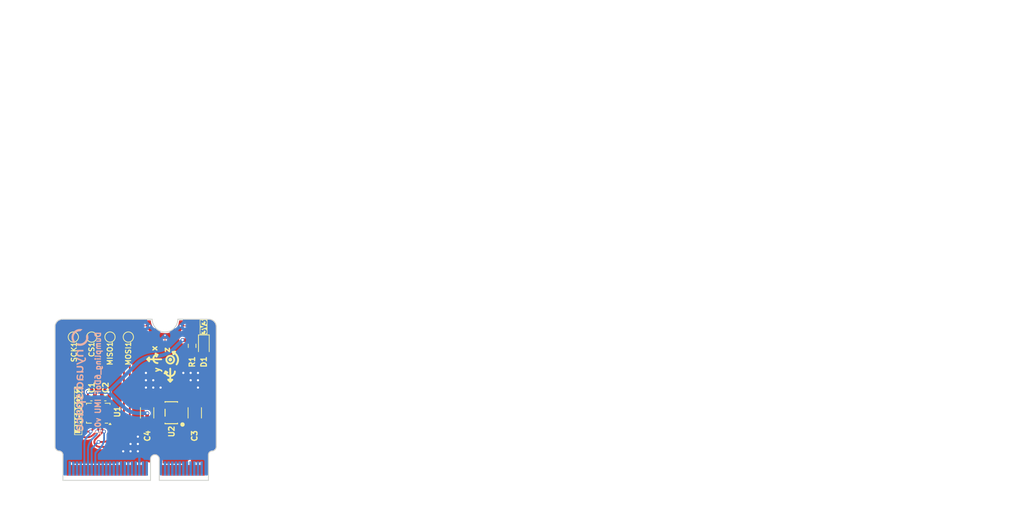
<source format=kicad_pcb>
(kicad_pcb (version 20241229) (generator "pcbnew") (generator_version "9.0")
  (layers (0 "F.Cu" signal "Top") (2 "B.Cu" signal "Bottom") (13 "F.Paste" user) (15 "B.Paste" user) (5 "F.SilkS" user "F.Silkscreen") (7 "B.SilkS" user "B.Silkscreen") (1 "F.Mask" user) (3 "B.Mask" user) (25 "Edge.Cuts" user))
  (net 0 "")
  (net 1 "LSM6DSO32TR_CS")
  (net 2 "GND")
  (net 3 "/UART_RTS1")
  (net 4 "/G11-SWO")
  (net 5 "/A1")
  (net 6 "LSM6DSO32TR_RX")
  (net 7 "/USBHOST_D+")
  (net 8 "/SPI_SCK")
  (net 9 "+3V3")
  (net 10 "LSM6DSO32TR_TX")
  (net 11 "/PWM0")
  (net 12 "/3.3V_EN")
  (net 13 "LSM6DSO32TR_pwr_cyc")
  (net 14 "/~{SPI_CS}")
  (net 15 "/UART_TX2")
  (net 16 "/G4")
  (net 17 "/G5")
  (net 18 "/UART_RX2")
  (net 19 "/UART_CTS1")
  (net 20 "/RTC_3V_BATT")
  (net 21 "+5V")
  (net 22 "/AUD_LRCLK")
  (net 23 "/G7")
  (net 24 "/PWM1")
  (net 25 "/G10-CAM_VSYNC")
  (net 26 "LSM6DSO32TR_MISO")
  (net 27 "/SPI_CIPO-LED_CLK")
  (net 28 "/USB_D-")
  (net 29 "LSM6DSO32TR_INT1")
  (net 30 "/AUD_IN-CAM_PCLK")
  (net 31 "/A0")
  (net 32 "LSM6DSO32TR_INT2")
  (net 33 "LSM6DSO32TR_SDA")
  (net 34 "/I2C_SDA1")
  (net 35 "/AUD_MCLK")
  (net 36 "/G0")
  (net 37 "/G9-CAM_HSYNC")
  (net 38 "/G8")
  (net 39 "/D1-CAM_TRIG")
  (net 40 "/SWDIO")
  (net 41 "/G6")
  (net 42 "/SPI_COPI-LED_DAT")
  (net 43 "/AUD_OUT-CAM_MCLK")
  (net 44 "/SDIO_DATA2")
  (net 45 "/AUD_BCLK")
  (net 46 "/V_USB")
  (net 47 "/USB_D+")
  (net 48 "/SDIO_DATA3-~{SPI_CS1}")
  (net 49 "/USBHOST_D-")
  (net 50 "/CAN-RX")
  (net 51 "/I2C_SCL1")
  (net 52 "/I2C_~{INT}")
  (net 53 "/CAN-TX")
  (net 54 "/BATT_VIN")
  (net 55 "/SWDCK")
  (net 56 "LSM6DSO32TR_SCK")
  (net 57 "/D0")
  (net 58 "LSM6DSO32TR_MOSI")
  (net 59 "LSM6DSO32TR_SCL")
  (net 60 "Net-(D1-A)")
  (net 64 "VIN")
  (footprint "SparkFun_MicroMod_ESP32:M.2-CARD-E-22" (layer "F.Cu") (at 148.5011 114.275)
    (property "Reference" "J1" (hide yes))
    (property "Value" "MICROMOD-2222" (hide yes))
    (fp_line (start 1.9 -21) (end 1 -21) (stroke (width 0.1016)) (layer "F.Cu"))
    (fp_line (start 1.9 -21) (end 1.9 -19.9) (stroke (width 0.1016)) (layer "F.Cu"))
    (fp_line (start 4 -19.7) (end 4 -19) (stroke (width 0.1016)) (layer "F.Cu"))
    (fp_line (start 6.1 -21) (end 6.1 -19.9) (stroke (width 0.1016)) (layer "F.Cu"))
    (fp_line (start 6.1 -21) (end 7 -21) (stroke (width 0.1016)) (layer "F.Cu"))
    (fp_poly (pts (xy 1.25 -21.75) (xy 2.05 -21.75) (xy 2.08842 -21.461827) (xy 2.171447 -21.183213) (xy 2.297037 -20.921017) (xy 2.462097 -20.681696) (xy 2.662563 -20.471142) (xy 2.893499 -20.29454) (xy 3.149218 -20.156239) (xy 3.423424 -20.059644) (xy 4 -20) (xy 4.290635 -20.007133) (xy 4.576576 -20.059644) (xy 4.850782 -20.156239) (xy 5.106501 -20.29454) (xy 5.337437 -20.471142) (xy 5.537903 -20.681696) (xy 5.702963 -20.921017) (xy 5.828553 -21.183213) (xy 5.95 -21.75) (xy 6.75 -21.75) (xy 6.686952 -21.386065) (xy 6.576451 -21.033626) (xy 6.420427 -20.698842) (xy 6.221608 -20.387564) (xy 5.983467 -20.10523) (xy 5.710166 -19.856774) (xy 5.40648 -19.646539) (xy 5.077718 -19.478197) (xy 4.729623 -19.354691) (xy 4.368279 -19.27818) (xy 4 -19.25) (xy 3.630811 -19.275627) (xy 3.268334 -19.35024) (xy 2.919037 -19.472506) (xy 2.589157 -19.640244) (xy 2.284581 -19.85046) (xy 2.010746 -20.099401) (xy 1.77254 -20.382623) (xy 1.574215 -20.695072) (xy 1.419311 -21.031169)) (fill yes) (layer "F.Cu"))
    (pad "1" smd rect (at 9.25 -1.275 180) (size 0.35 1.45) (layers "F.Cu" "F.Mask") (net 2 "GND"))
    (pad "2" smd rect (at 9 -1.525) (size 0.35 1.95) (layers "B.Cu" "B.Mask") (net 9 "+3V3"))
    (pad "3" smd rect (at 8.75 -1.275 180) (size 0.35 1.45) (layers "F.Cu" "F.Mask") (net 47 "/USB_D+"))
    (pad "4" smd rect (at 8.5 -1.525) (size 0.35 1.95) (layers "B.Cu" "B.Mask") (net 12 "/3.3V_EN"))
    (pad "5" smd rect (at 8.25 -1.275 180) (size 0.35 1.45) (layers "F.Cu" "F.Mask") (net 28 "/USB_D-"))
    (pad "6" smd rect (at 8 -1.525) (size 0.35 1.95) (layers "B.Cu" "B.Mask") (net 21 "+5V"))
    (pad "7" smd rect (at 7.75 -1.275 180) (size 0.35 1.45) (layers "F.Cu" "F.Mask") (net 2 "GND"))
    (pad "8" smd rect (at 7.5 -1.525) (size 0.35 1.95) (layers "B.Cu" "B.Mask") (net 4 "/G11-SWO"))
    (pad "9" smd rect (at 7.25 -1.275 180) (size 0.35 1.45) (layers "F.Cu" "F.Mask") (net 46 "/V_USB"))
    (pad "10" smd rect (at 7 -1.525) (size 0.35 1.95) (layers "B.Cu" "B.Mask") (net 57 "/D0"))
    (pad "11" smd rect (at 6.75 -1.275 180) (size 0.35 1.45) (layers "F.Cu" "F.Mask") (net 64 "VIN"))
    (pad "12" smd rect (at 6.5 -1.525) (size 0.35 1.95) (layers "B.Cu" "B.Mask") (net 33 "LSM6DSO32TR_SDA"))
    (pad "13" smd rect (at 6.25 -1.275 180) (size 0.35 1.45) (layers "F.Cu" "F.Mask") (net 3 "/UART_RTS1"))
    (pad "14" smd rect (at 6 -1.525) (size 0.35 1.95) (layers "B.Cu" "B.Mask") (net 59 "LSM6DSO32TR_SCL"))
    (pad "15" smd rect (at 5.75 -1.275 180) (size 0.35 1.45) (layers "F.Cu" "F.Mask") (net 19 "/UART_CTS1"))
    (pad "16" smd rect (at 5.5 -1.525) (size 0.35 1.95) (layers "B.Cu" "B.Mask") (net 52 "/I2C_~{INT}"))
    (pad "17" smd rect (at 5.25 -1.275 180) (size 0.35 1.45) (layers "F.Cu" "F.Mask") (net 10 "LSM6DSO32TR_TX"))
    (pad "18" smd rect (at 5 -1.525) (size 0.35 1.95) (layers "B.Cu" "B.Mask") (net 39 "/D1-CAM_TRIG"))
    (pad "19" smd rect (at 4.75 -1.275 180) (size 0.35 1.45) (layers "F.Cu" "F.Mask") (net 6 "LSM6DSO32TR_RX"))
    (pad "20" smd rect (at 4.5 -1.525) (size 0.35 1.95) (layers "B.Cu" "B.Mask") (net 18 "/UART_RX2"))
    (pad "21" smd rect (at 4.25 -1.275 180) (size 0.35 1.45) (layers "F.Cu" "F.Mask") (net 55 "/SWDCK"))
    (pad "22" smd rect (at 4 -1.525) (size 0.35 1.95) (layers "B.Cu" "B.Mask") (net 15 "/UART_TX2"))
    (pad "23" smd rect (at 3.75 -1.275 180) (size 0.35 1.45) (layers "F.Cu" "F.Mask") (net 40 "/SWDIO"))
    (pad "32" smd rect (at 1.5 -1.525) (size 0.35 1.95) (layers "B.Cu" "B.Mask") (net 11 "/PWM0"))
    (pad "33" smd rect (at 1.25 -1.275 180) (size 0.35 1.45) (layers "F.Cu" "F.Mask") (net 2 "GND"))
    (pad "34" smd rect (at 1 -1.525) (size 0.35 1.95) (layers "B.Cu" "B.Mask") (net 31 "/A0"))
    (pad "35" smd rect (at 0.75 -1.275 180) (size 0.35 1.45) (layers "F.Cu" "F.Mask") (net 7 "/USBHOST_D+"))
    (pad "36" smd rect (at 0.5 -1.525) (size 0.35 1.95) (layers "B.Cu" "B.Mask") (net 2 "GND"))
    (pad "37" smd rect (at 0.25 -1.275 180) (size 0.35 1.45) (layers "F.Cu" "F.Mask") (net 49 "/USBHOST_D-"))
    (pad "38" smd rect (at 0 -1.525) (size 0.35 1.95) (layers "B.Cu" "B.Mask") (net 5 "/A1"))
    (pad "39" smd rect (at -0.25 -1.275 180) (size 0.35 1.45) (layers "F.Cu" "F.Mask") (net 2 "GND"))
    (pad "40" smd rect (at -0.5 -1.525) (size 0.35 1.95) (layers "B.Cu" "B.Mask") (net 36 "/G0"))
    (pad "41" smd rect (at -0.75 -1.275 180) (size 0.35 1.45) (layers "F.Cu" "F.Mask") (net 50 "/CAN-RX"))
    (pad "42" smd rect (at -1 -1.525) (size 0.35 1.95) (layers "B.Cu" "B.Mask") (net 13 "LSM6DSO32TR_pwr_cyc"))
    (pad "43" smd rect (at -1.25 -1.275 180) (size 0.35 1.45) (layers "F.Cu" "F.Mask") (net 53 "/CAN-TX"))
    (pad "44" smd rect (at -1.5 -1.525) (size 0.35 1.95) (layers "B.Cu" "B.Mask") (net 29 "LSM6DSO32TR_INT1"))
    (pad "45" smd rect (at -1.75 -1.275 180) (size 0.35 1.45) (layers "F.Cu" "F.Mask") (net 2 "GND"))
    (pad "46" smd rect (at -2 -1.525) (size 0.35 1.95) (layers "B.Cu" "B.Mask") (net 32 "LSM6DSO32TR_INT2"))
    (pad "47" smd rect (at -2.25 -1.275 180) (size 0.35 1.45) (layers "F.Cu" "F.Mask") (net 24 "/PWM1"))
    (pad "48" smd rect (at -2.5 -1.525) (size 0.35 1.95) (layers "B.Cu" "B.Mask") (net 16 "/G4"))
    (pad "49" smd rect (at -2.75 -1.275 180) (size 0.35 1.45) (layers "F.Cu" "F.Mask") (net 54 "/BATT_VIN"))
    (pad "50" smd rect (at -3 -1.525) (size 0.35 1.95) (layers "B.Cu" "B.Mask") (net 45 "/AUD_BCLK"))
    (pad "51" smd rect (at -3.25 -1.275 180) (size 0.35 1.45) (layers "F.Cu" "F.Mask") (net 34 "/I2C_SDA1"))
    (pad "52" smd rect (at -3.5 -1.525) (size 0.35 1.95) (layers "B.Cu" "B.Mask") (net 22 "/AUD_LRCLK"))
    (pad "53" smd rect (at -3.75 -1.275 180) (size 0.35 1.45) (layers "F.Cu" "F.Mask") (net 51 "/I2C_SCL1"))
    (pad "54" smd rect (at -4 -1.525) (size 0.35 1.95) (layers "B.Cu" "B.Mask") (net 30 "/AUD_IN-CAM_PCLK"))
    (pad "55" smd rect (at -4.25 -1.275 180) (size 0.35 1.45) (layers "F.Cu" "F.Mask") (net 14 "/~{SPI_CS}"))
    (pad "56" smd rect (at -4.5 -1.525) (size 0.35 1.95) (layers "B.Cu" "B.Mask") (net 43 "/AUD_OUT-CAM_MCLK"))
    (pad "57" smd rect (at -4.75 -1.275 180) (size 0.35 1.45) (layers "F.Cu" "F.Mask") (net 8 "/SPI_SCK"))
    (pad "58" smd rect (at -5 -1.525) (size 0.35 1.95) (layers "B.Cu" "B.Mask") (net 35 "/AUD_MCLK"))
    (pad "59" smd rect (at -5.25 -1.275 180) (size 0.35 1.45) (layers "F.Cu" "F.Mask") (net 42 "/SPI_COPI-LED_DAT"))
    (pad "60" smd rect (at -5.5 -1.525) (size 0.35 1.95) (layers "B.Cu" "B.Mask") (net 58 "LSM6DSO32TR_MOSI"))
    (pad "61" smd rect (at -5.75 -1.275 180) (size 0.35 1.45) (layers "F.Cu" "F.Mask") (net 27 "/SPI_CIPO-LED_CLK"))
    (pad "62" smd rect (at -6 -1.525) (size 0.35 1.95) (layers "B.Cu" "B.Mask") (net 26 "LSM6DSO32TR_MISO"))
    (pad "63" smd rect (at -6.25 -1.275 180) (size 0.35 1.45) (layers "F.Cu" "F.Mask") (net 25 "/G10-CAM_VSYNC"))
    (pad "64" smd rect (at -6.5 -1.525) (size 0.35 1.95) (layers "B.Cu" "B.Mask") (net 56 "LSM6DSO32TR_SCK"))
    (pad "65" smd rect (at -6.75 -1.275 180) (size 0.35 1.45) (layers "F.Cu" "F.Mask") (net 37 "/G9-CAM_HSYNC"))
    (pad "66" smd rect (at -7 -1.525) (size 0.35 1.95) (layers "B.Cu" "B.Mask") (net 1 "LSM6DSO32TR_CS"))
    (pad "67" smd rect (at -7.25 -1.275 180) (size 0.35 1.45) (layers "F.Cu" "F.Mask") (net 38 "/G8"))
    (pad "68" smd rect (at -7.5 -1.525) (size 0.35 1.95) (layers "B.Cu" "B.Mask") (net 44 "/SDIO_DATA2"))
    (pad "69" smd rect (at -7.75 -1.275 180) (size 0.35 1.45) (layers "F.Cu" "F.Mask") (net 23 "/G7"))
    (pad "70" smd rect (at -8 -1.525) (size 0.35 1.95) (layers "B.Cu" "B.Mask") (net 48 "/SDIO_DATA3-~{SPI_CS1}"))
    (pad "71" smd rect (at -8.25 -1.275 180) (size 0.35 1.45) (layers "F.Cu" "F.Mask") (net 41 "/G6"))
    (pad "72" smd rect (at -8.5 -1.525) (size 0.35 1.95) (layers "B.Cu" "B.Mask") (net 20 "/RTC_3V_BATT"))
    (pad "73" smd rect (at -8.75 -1.275 180) (size 0.35 1.45) (layers "F.Cu" "F.Mask") (net 17 "/G5"))
    (pad "74" smd rect (at -9 -1.525) (size 0.35 1.95) (layers "B.Cu" "B.Mask") (net 9 "+3V3"))
    (pad "75" smd rect (at -9.25 -1.275 180) (size 0.35 1.45) (layers "F.Cu" "F.Mask") (net 2 "GND"))
    (pad "GND1" thru_hole circle (at 1.9 -21) (size 0.454 0.454) (drill 0.2) (layers "*.Cu" "*.Mask") (net 2 "GND"))
    (pad "GND2" thru_hole circle (at 4 -19.7) (size 0.454 0.454) (drill 0.2) (layers "*.Cu" "*.Mask") (net 2 "GND"))
    (pad "GND3" thru_hole circle (at 6.1 -21) (size 0.454 0.454) (drill 0.2) (layers "*.Cu" "*.Mask") (net 2 "GND"))
  )
  (footprint "SparkFun_MicroMod_ESP32:ORDERING_INSTRUCTIONS" (layer "F.Cu") (at 167.9811 62.1)
    (property "Reference" "LOGO1" (hide yes))
    (property "Value" "SPECIAL_INSTRUCTIONS-ORDERING")
  )
  (footprint "SparkFun_MicroMod_ESP32:CREATIVE_COMMONS" (layer "F.Cu") (at 184.4 63.75)
    (property "Reference" "FRAME1" (hide yes))
    (property "Value" "FRAME-LEDGER" (hide yes))
  )
  (footprint "TestPoint:TestPoint_Pad_D1.0mm" (layer "F.Cu") (at 140 94.8)
    (property "Reference" "SCK1" (at 0.1 2.05 90) (layer "F.SilkS") (effects (font (size 0.7 0.7) (thickness 0.15) (bold yes))))
    (property "Value" "SPI3")
    (pad "1" smd circle (at 0 0) (size 1 1) (layers "F.Cu" "F.Mask") (net 56 "LSM6DSO32TR_SCK"))
  )
  (footprint "Capacitor_SMD:C_1206_3216Metric" (layer "F.Cu") (at 156.5625 105.15 90)
    (property "Reference" "C3" (at -3.15 -0.0375 90) (layer "F.SilkS") (effects (font (size 0.75 0.75) (thickness 0.175) (bold yes))))
    (property "Value" "10u")
    (pad "1" smd roundrect (at -1.475 0 90) (size 1.15 1.8) (layers "F.Cu" "F.Mask" "F.Paste") (roundrect_rratio 0.217391) (net 64 "VIN"))
    (pad "2" smd roundrect (at 1.475 0 90) (size 1.15 1.8) (layers "F.Cu" "F.Mask" "F.Paste") (roundrect_rratio 0.217391) (net 2 "GND"))
  )
  (footprint "Resistor_SMD:R_0603_1608Metric" (layer "F.Cu") (at 156.2 96 -90)
    (property "Reference" "R1" (at 2.2 0 270) (layer "F.SilkS") (effects (font (size 0.75 0.75) (thickness 0.175) (bold yes))))
    (property "Value" "10k")
    (pad "1" smd roundrect (at -0.825 0 270) (size 0.8 0.95) (layers "F.Cu" "F.Mask" "F.Paste") (net 9 "+3V3"))
    (pad "2" smd roundrect (at 0.825 0 270) (size 0.8 0.95) (layers "F.Cu" "F.Mask" "F.Paste") (net 60 "Net-(D1-A)"))
  )
  (footprint "Capacitor_SMD:C_0402_1005Metric" (layer "F.Cu") (at 144.363897 103.15 180)
    (property "Reference" "C2" (at -0.036103 1.45 270) (layer "F.SilkS") (effects (font (size 0.75 0.75) (thickness 0.175) (bold yes))))
    (property "Value" "100n")
    (pad "1" smd roundrect (at -0.48 0 180) (size 0.56 0.62) (layers "F.Cu" "F.Mask" "F.Paste") (net 9 "+3V3"))
    (pad "2" smd roundrect (at 0.48 0 180) (size 0.56 0.62) (layers "F.Cu" "F.Mask" "F.Paste") (net 2 "GND"))
  )
  (footprint "Capacitor_SMD:C_0402_1005Metric" (layer "F.Cu") (at 142.463897 103.15)
    (property "Reference" "C1" (at 0.036103 -1.45 90) (layer "F.SilkS") (effects (font (size 0.75 0.75) (thickness 0.175) (bold yes))))
    (property "Value" "100n")
    (pad "1" smd roundrect (at -0.48 0) (size 0.56 0.62) (layers "F.Cu" "F.Mask" "F.Paste") (net 9 "+3V3"))
    (pad "2" smd roundrect (at 0.48 0) (size 0.56 0.62) (layers "F.Cu" "F.Mask" "F.Paste") (net 2 "GND"))
  )
  (footprint "TestPoint:TestPoint_Pad_D1.0mm" (layer "F.Cu") (at 142.5 94.8)
    (property "Reference" "CS1" (at 0 1.7 90) (layer "F.SilkS") (effects (font (size 0.7 0.7) (thickness 0.15) (bold yes))))
    (property "Value" "SPI3")
    (pad "1" smd circle (at 0 0) (size 1 1) (layers "F.Cu" "F.Mask") (net 1 "LSM6DSO32TR_CS"))
  )
  (footprint "Capacitor_SMD:C_1206_3216Metric" (layer "F.Cu") (at 150.0625 105.15 90)
    (property "Reference" "C4" (at -3.15 0.0375 270) (layer "F.SilkS") (effects (font (size 0.75 0.75) (thickness 0.175) (bold yes))))
    (property "Value" "10u")
    (pad "1" smd roundrect (at -1.475 0 90) (size 1.15 1.8) (layers "F.Cu" "F.Mask" "F.Paste") (roundrect_rratio 0.217391) (net 9 "+3V3"))
    (pad "2" smd roundrect (at 1.475 0 90) (size 1.15 1.8) (layers "F.Cu" "F.Mask" "F.Paste") (roundrect_rratio 0.217391) (net 2 "GND"))
  )
  (footprint "TestPoint:TestPoint_Pad_D1.0mm" (layer "F.Cu") (at 147.5 94.8)
    (property "Reference" "MOSI1" (at 0 2.25 90) (layer "F.SilkS") (effects (font (size 0.7 0.7) (thickness 0.15) (bold yes))))
    (property "Value" "SPI3")
    (pad "1" smd circle (at 0 0) (size 1 1) (layers "F.Cu" "F.Mask") (net 58 "LSM6DSO32TR_MOSI"))
  )
  (footprint "TPSPX3819M5-L-3-3:SOT-23-5_L3.0-W1.6-P0.95-LS2.8-BR" (layer "F.Cu") (at 153.360332 105.132508)
    (property "Reference" "U2" (at 0.039668 2.567492 90) (layer "F.SilkS") (effects (font (size 0.75 0.75) (thickness 0.175) (bold yes))))
    (property "Value" "TPSPX3819M5-L-3-3")
    (pad "1" smd rect (at 1.149987 0.949962 90) (size 0.6 1.2) (layers "F.Cu" "F.Mask" "F.Paste") (net 64 "VIN"))
    (pad "2" smd rect (at 1.149987 0 90) (size 0.6 1.2) (layers "F.Cu" "F.Mask" "F.Paste") (net 2 "GND"))
    (pad "3" smd rect (at 1.149987 -0.949962 90) (size 0.6 1.2) (layers "F.Cu" "F.Mask" "F.Paste") (net 64 "VIN"))
    (pad "4" smd rect (at -1.149987 -0.949962 90) (size 0.6 1.2) (layers "F.Cu" "F.Mask" "F.Paste"))
    (pad "5" smd rect (at -1.149987 0.949962 90) (size 0.6 1.2) (layers "F.Cu" "F.Mask" "F.Paste") (net 9 "+3V3"))
  )
  (footprint "LED_SMD:LED_0603_1608Metric" (layer "F.Cu") (at 157.8 96 -90)
    (property "Reference" "D1" (hide yes))
    (property "Value" "LED")
    (pad "1" smd roundrect (at -0.7875 0 270) (size 0.875 0.95) (layers "F.Cu" "F.Mask" "F.Paste") (net 2 "GND"))
    (pad "2" smd roundrect (at 0.7875 0 270) (size 0.875 0.95) (layers "F.Cu" "F.Mask" "F.Paste") (net 60 "Net-(D1-A)"))
  )
  (footprint "Package_LGA:LGA-14_3x2.5mm_P0.5mm_LayoutBorder3x4y" (layer "F.Cu") (at 143.4 105.2 180)
    (property "Reference" "U1" (at -2.6 0.2 270) (layer "F.SilkS") (effects (font (size 0.75 0.75) (thickness 0.175) (bold yes))))
    (property "Value" "LSM6DSO32TR")
    (pad "1" smd roundrect (at -1.1625 -0.75 180) (size 0.625 0.35) (layers "F.Cu" "F.Mask" "F.Paste") (net 26 "LSM6DSO32TR_MISO"))
    (pad "2" smd roundrect (at -1.1625 -0.25 180) (size 0.625 0.35) (layers "F.Cu" "F.Mask" "F.Paste") (net 2 "GND"))
    (pad "3" smd roundrect (at -1.1625 0.25 180) (size 0.625 0.35) (layers "F.Cu" "F.Mask" "F.Paste") (net 2 "GND"))
    (pad "4" smd roundrect (at -1.1625 0.75 180) (size 0.625 0.35) (layers "F.Cu" "F.Mask" "F.Paste") (net 29 "LSM6DSO32TR_INT1"))
    (pad "5" smd roundrect (at -0.5 0.9125 180) (size 0.35 0.625) (layers "F.Cu" "F.Mask" "F.Paste") (net 9 "+3V3"))
    (pad "6" smd roundrect (at 0 0.9125 180) (size 0.35 0.625) (layers "F.Cu" "F.Mask" "F.Paste") (net 2 "GND"))
    (pad "7" smd roundrect (at 0.5 0.9125 180) (size 0.35 0.625) (layers "F.Cu" "F.Mask" "F.Paste") (net 2 "GND"))
    (pad "8" smd roundrect (at 1.1625 0.75 180) (size 0.625 0.35) (layers "F.Cu" "F.Mask" "F.Paste") (net 9 "+3V3"))
    (pad "9" smd roundrect (at 1.1625 0.25 180) (size 0.625 0.35) (layers "F.Cu" "F.Mask" "F.Paste") (net 32 "LSM6DSO32TR_INT2"))
    (pad "10" smd roundrect (at 1.1625 -0.25 180) (size 0.625 0.35) (layers "F.Cu" "F.Mask" "F.Paste"))
    (pad "11" smd roundrect (at 1.1625 -0.75 180) (size 0.625 0.35) (layers "F.Cu" "F.Mask" "F.Paste"))
    (pad "12" smd roundrect (at 0.5 -0.9125 180) (size 0.35 0.625) (layers "F.Cu" "F.Mask" "F.Paste") (net 1 "LSM6DSO32TR_CS"))
    (pad "13" smd roundrect (at 0 -0.9125 180) (size 0.35 0.625) (layers "F.Cu" "F.Mask" "F.Paste") (net 56 "LSM6DSO32TR_SCK"))
    (pad "14" smd roundrect (at -0.5 -0.9125 180) (size 0.35 0.625) (layers "F.Cu" "F.Mask" "F.Paste") (net 58 "LSM6DSO32TR_MOSI"))
  )
  (footprint "TestPoint:TestPoint_Pad_D1.0mm" (layer "F.Cu") (at 145 94.8)
    (property "Reference" "MISO1" (at 0 2.25 90) (layer "F.SilkS") (effects (font (size 0.7 0.7) (thickness 0.15) (bold yes))))
    (property "Value" "SPI3")
    (pad "1" smd circle (at 0 0) (size 1 1) (layers "F.Cu" "F.Mask") (net 26 "LSM6DSO32TR_MISO"))
  )
  (footprint "LOGO" (layer "B.Cu") (at 140.9 100.7 -90)
    (property "Reference" "G***" (hide yes))
    (property "Value" "LOGO" (hide yes))
  )
  (gr_arc (start 153.851288 99.501145) (mid 153.216288 100.136145) (end 152.581288 99.501145) (stroke (width 0.254)) (layer "F.SilkS"))
  (gr_line (start 150.082563 97.84062) (end 150.336563 97.58662) (stroke (width 0.254)) (layer "F.SilkS"))
  (gr_line (start 152.809888 99.628145) (end 152.454288 99.755145) (stroke (width 0.254)) (layer "F.SilkS"))
  (gr_line (start 151.479563 97.20562) (end 151.352563 97.45962) (stroke (width 0.254)) (layer "F.SilkS"))
  (gr_line (start 152.581288 99.501145) (end 152.809888 99.628145) (stroke (width 0.254)) (layer "F.SilkS"))
  (gr_line (start 150.082563 97.84062) (end 150.336563 98.09462) (stroke (width 0.254)) (layer "F.SilkS"))
  (gr_circle (center 153.219463 97.888245) (end 153.346463 97.888245) (stroke (width 0.254)) (fill no) (layer "F.SilkS"))
  (gr_line (start 153.543313 96.84367) (end 153.876688 96.796045) (stroke (width 0.254)) (layer "F.SilkS"))
  (gr_arc (start 151.479563 98.34862) (mid 150.908079 97.77712) (end 151.479563 97.20562) (stroke (width 0.254)) (layer "F.SilkS"))
  (gr_line (start 151.479563 97.20562) (end 151.225563 97.07862) (stroke (width 0.254)) (layer "F.SilkS"))
  (gr_arc (start 153.673488 96.923045) (mid 154.252744 97.634741) (end 154.079889 98.535946) (stroke (width 0.254)) (layer "F.SilkS"))
  (gr_line (start 153.543313 96.84367) (end 153.670313 97.151645) (stroke (width 0.254)) (layer "F.SilkS"))
  (gr_line (start 153.216288 100.898145) (end 152.962288 100.644145) (stroke (width 0.254)) (layer "F.SilkS"))
  (gr_line (start 153.216288 100.898145) (end 153.470288 100.644145) (stroke (width 0.254)) (layer "F.SilkS"))
  (gr_circle (center 153.219463 97.888245) (end 153.752863 97.888245) (stroke (width 0.254)) (fill no) (layer "F.SilkS"))
  (gr_line (start 153.670313 97.151645) (end 153.876688 96.796045) (stroke (width 0.254)) (layer "F.SilkS"))
  (gr_line (start 153.216288 100.898145) (end 153.216288 99.120145) (stroke (width 0.254)) (layer "F.SilkS"))
  (gr_line (start 150.336563 97.58662) (end 150.336563 98.09462) (stroke (width 0.254)) (layer "F.SilkS"))
  (gr_line (start 151.225563 97.07862) (end 151.352563 97.45962) (stroke (width 0.254)) (layer "F.SilkS"))
  (gr_line (start 153.495688 100.618745) (end 152.936888 100.618745) (stroke (width 0.254)) (layer "F.SilkS"))
  (gr_line (start 152.581288 99.501145) (end 152.454288 99.755145) (stroke (width 0.254)) (layer "F.SilkS"))
  (gr_line (start 150.082563 97.84062) (end 151.987563 97.84062) (stroke (width 0.254)) (layer "F.SilkS"))
  (gr_line (start 158.4261 114.365617) (end 151.7261 114.365617) (stroke (width 0.127)) (layer "Edge.Cuts"))
  (gr_line (start 150.5261 111.465617) (end 150.5261 114.365617) (stroke (width 0.127)) (layer "Edge.Cuts"))
  (gr_line (start 138.5761 114.365617) (end 138.5761 110.865617) (stroke (width 0.127)) (layer "Edge.Cuts"))
  (gr_arc (start 138.1011 110.365617) (mid 138.434341 110.524663) (end 138.5761 110.865618) (stroke (width 0.127)) (layer "Edge.Cuts"))
  (gr_arc (start 137.5011 93.365617) (mid 137.8011 92.665618) (end 138.501099 92.365618) (stroke (width 0.127)) (layer "Edge.Cuts"))
  (gr_arc (start 159.501099 109.765618) (mid 159.320461 110.184979) (end 158.9011 110.365617) (stroke (width 0.127)) (layer "Edge.Cuts"))
  (gr_line (start 137.5011 93.365617) (end 137.5011 109.765617) (stroke (width 0.127)) (layer "Edge.Cuts"))
  (gr_line (start 159.5011 93.365617) (end 159.5011 109.765617) (stroke (width 0.127)) (layer "Edge.Cuts"))
  (gr_arc (start 154.2511 92.365617) (mid 152.5011 94.115617) (end 150.7511 92.365617) (stroke (width 0.127)) (layer "Edge.Cuts"))
  (gr_arc (start 158.4261 110.865617) (mid 158.566444 110.523319) (end 158.9011 110.365617) (stroke (width 0.127)) (layer "Edge.Cuts"))
  (gr_arc (start 150.5261 111.465617) (mid 151.1261 110.865617) (end 151.7261 111.465617) (stroke (width 0.127)) (layer "Edge.Cuts"))
  (gr_line (start 158.4261 110.865617) (end 158.4261 114.365617) (stroke (width 0.127)) (layer "Edge.Cuts"))
  (gr_line (start 150.7511 92.365617) (end 138.5011 92.365617) (stroke (width 0.127)) (layer "Edge.Cuts"))
  (gr_line (start 151.7261 111.465617) (end 151.7261 114.365617) (stroke (width 0.127)) (layer "Edge.Cuts"))
  (gr_arc (start 138.101098 110.365617) (mid 137.681737 110.184978) (end 137.5011 109.765617) (stroke (width 0.127)) (layer "Edge.Cuts"))
  (gr_line (start 158.5011 92.365617) (end 154.2511 92.365617) (stroke (width 0.127)) (layer "Edge.Cuts"))
  (gr_arc (start 158.5011 92.365617) (mid 159.2011 92.665617) (end 159.5011 93.365617) (stroke (width 0.127)) (layer "Edge.Cuts"))
  (gr_line (start 138.5761 114.365617) (end 150.5261 114.365617) (stroke (width 0.127)) (layer "Edge.Cuts"))
  (gr_text "D1" (at 157.8 98.2 90) (layer "F.SilkS") (effects (font (size 0.75 0.75) (thickness 0.175) (bold yes))))
  (gr_text "y" (at 151.9 99.7 90) (layer "F.SilkS") (effects (font (size 0.8 0.8) (thickness 0.1905)) (justify left bottom)))
  (gr_text "LSM6DSO32" (at 140.7 104.9 90) (layer "F.SilkS" knockout) (effects (font (size 0.75 0.75) (thickness 0.175) (bold yes))))
  (gr_text "z" (at 153.2 97 90) (layer "F.SilkS") (effects (font (size 0.8 0.8) (thickness 0.1905)) (justify left bottom)))
  (gr_text "3V3" (at 157.8 93.4 90) (layer "F.SilkS" knockout) (effects (font (size 0.7 0.7) (thickness 0.175) (bold yes))))
  (gr_text "x" (at 151.5 96.8 90) (layer "F.SilkS") (effects (font (size 0.8 0.8) (thickness 0.1905)) (justify left bottom)))
  (gr_text "Dumpling_6DoF IMU v0.1" (at 143.8 94 90) (layer "B.SilkS") (effects (font (size 0.75 0.75) (thickness 0.175) (bold yes)) (justify left bottom mirror)))
  (segment (start 141.925361 107.7) (end 142.346065 107.7) (width 0.25) (layer "F.Cu") (net 1))
  (segment (start 142.35731 107.693413) (end 142.354016 107.696706) (width 0.25) (layer "F.Cu") (net 1))
  (segment (start 139.9 104.968629) (end 139.9 98.043502) (width 0.25) (layer "F.Cu") (net 1))
  (segment (start 140.85 95.75) (end 141.552512 95.047487) (width 0.25) (layer "F.Cu") (net 1))
  (segment (start 142.9 106.766983) (end 142.9 106.212446) (width 0.25) (layer "F.Cu") (net 1))
  (segment (start 140.7 106.9) (end 141.199223 107.399223) (width 0.25) (layer "F.Cu") (net 1))
  (segment (start 142.15 94.8) (end 142.5 94.8) (width 0.25) (layer "F.Cu") (net 1))
  (segment (start 142.35731 107.693413) (end 142.628655 107.422068) (width 0.25) (layer "F.Cu") (net 1))
  (via (at 142.35731 107.693413) (size 0.5) (drill 0.3) (layers "F.Cu" "B.Cu") (net 1))
  (arc (start 141.925361 107.7) (mid 141.532378 107.62183) (end 141.199223 107.399223) (width 0.25) (layer "F.Cu") (net 1))
  (arc (start 142.628655 107.422068) (mid 142.829479 107.121512) (end 142.9 106.766983) (width 0.25) (layer "F.Cu") (net 1))
  (arc (start 140.85 95.75) (mid 140.146896 96.802267) (end 139.9 98.043502) (width 0.25) (layer "F.Cu") (net 1))
  (arc (start 142.354016 107.696706) (mid 142.350368 107.699143) (end 142.346065 107.7) (width 0.25) (layer "F.Cu") (net 1))
  (arc (start 142.15 94.8) (mid 141.826642 94.864319) (end 141.552512 95.047487) (width 0.25) (layer "F.Cu") (net 1))
  (arc (start 140.7 106.9) (mid 140.107913 106.013879) (end 139.9 104.968629) (width 0.25) (layer "F.Cu") (net 1))
  (segment (start 142.35731 107.693413) (end 142.360603 107.696706) (width 0.25) (layer "B.Cu") (net 1))
  (segment (start 142.363897 107.818051) (end 142.363897 107.704657) (width 0.25) (layer "B.Cu") (net 1))
  (segment (start 141.932498 108.367501) (end 142.280421 108.019577) (width 0.25) (layer "B.Cu") (net 1))
  (segment (start 141.5011 109.408989) (end 141.5011 112.75) (width 0.25) (layer "B.Cu") (net 1))
  (arc (start 142.363897 107.818051) (mid 142.342202 107.927116) (end 142.280421 108.019577) (width 0.25) (layer "B.Cu") (net 1))
  (arc (start 142.363897 107.704657) (mid 142.36304 107.700354) (end 142.360603 107.696706) (width 0.25) (layer "B.Cu") (net 1))
  (arc (start 141.5011 109.408989) (mid 141.613216 108.84534) (end 141.932498 108.367501) (width 0.25) (layer "B.Cu") (net 1))
  (segment (start 155.111459 105.1) (end 154.4375 105.1) (width 0.75) (layer "F.Cu") (net 2))
  (segment (start 156.137499 104.674999) (end 156.359206 104.453293) (width 0.75) (layer "F.Cu") (net 2))
  (segment (start 143.75749 103.276406) (end 143.631083 103.402813) (width 0.25) (layer "F.Cu") (net 2))
  (segment (start 142.9 103.224936) (end 142.9 104.2875) (width 0.25) (layer "F.Cu") (net 2))
  (segment (start 144.5625 104.95) (end 144.5625 105.45) (width 0.25) (layer "F.Cu") (net 2))
  (segment (start 142.974936 103.15) (end 143.70513 103.15) (width 0.5) (layer "F.Cu") (net 2))
  (segment (start 156.5625 103.9625) (end 156.5625 103.675) (width 0.75) (layer "F.Cu") (net 2))
  (segment (start 143.4 103.960698) (end 143.4 104.2875) (width 0.25) (layer "F.Cu") (net 2))
  (via (at 149.9 99.7) (size 0.7) (drill 0.3) (layers "F.Cu" "B.Cu") (net 2))
  (via (at 147.8 110.4) (size 0.7) (drill 0.3) (layers "F.Cu" "B.Cu") (net 2))
  (via (at 146.8 110.4) (size 0.7) (drill 0.3) (layers "F.Cu" "B.Cu") (net 2))
  (via (at 151.9 101.7) (size 0.7) (drill 0.3) (layers "F.Cu" "B.Cu") (net 2))
  (via (at 157 100.7) (size 0.7) (drill 0.3) (layers "F.Cu" "B.Cu") (net 2))
  (via (at 149.9 100.7) (size 0.7) (drill 0.3) (layers "F.Cu" "B.Cu") (net 2))
  (via (at 149.9 101.7) (size 0.7) (drill 0.3) (layers "F.Cu" "B.Cu") (net 2))
  (via (at 148.8 108.4) (size 0.7) (drill 0.3) (layers "F.Cu" "B.Cu") (net 2))
  (via (at 150.9 101.7) (size 0.7) (drill 0.3) (layers "F.Cu" "B.Cu") (net 2))
  (via (at 147.8 109.4) (size 0.7) (drill 0.3) (layers "F.Cu" "B.Cu") (net 2))
  (via (at 157 99.7) (size 0.7) (drill 0.3) (layers "F.Cu" "B.Cu") (net 2))
  (via (at 156 99.7) (size 0.7) (drill 0.3) (layers "F.Cu" "B.Cu") (net 2))
  (via (at 148.8 110.4) (size 0.7) (drill 0.3) (layers "F.Cu" "B.Cu") (net 2))
  (via (at 157 101.7) (size 0.7) (drill 0.3) (layers "F.Cu" "B.Cu") (net 2))
  (via (at 148.8 109.4) (size 0.7) (drill 0.3) (layers "F.Cu" "B.Cu") (net 2))
  (via (at 156 100.7) (size 0.7) (drill 0.3) (layers "F.Cu" "B.Cu") (net 2))
  (via (at 150.9 100.7) (size 0.7) (drill 0.3) (layers "F.Cu" "B.Cu") (net 2))
  (via (at 155 99.7) (size 0.7) (drill 0.3) (layers "F.Cu" "B.Cu") (net 2))
  (arc (start 143.631083 103.402813) (mid 143.460056 103.658773) (end 143.4 103.960698) (width 0.25) (layer "F.Cu") (net 2))
  (arc (start 142.974936 103.15) (mid 142.946259 103.155704) (end 142.921948 103.171948) (width 0.5) (layer "F.Cu") (net 2))
  (arc (start 142.9 103.224936) (mid 142.905704 103.196259) (end 142.921948 103.171948) (width 0.25) (layer "F.Cu") (net 2))
  (arc (start 156.137499 104.674999) (mid 155.666748 104.989545) (end 155.111459 105.1) (width 0.75) (layer "F.Cu") (net 2))
  (arc (start 156.359206 104.453293) (mid 156.509665 104.228115) (end 156.5625 103.9625) (width 0.75) (layer "F.Cu") (net 2))
  (arc (start 143.75749 103.276406) (mid 143.773541 103.19571) (end 143.70513 103.15) (width 0.25) (layer "F.Cu") (net 2))
  (segment (start 150.1 105.2) (end 150.08125 105.21875) (width 0.5) (layer "F.Cu") (net 9))
  (segment (start 154.942677 95.225) (end 156.2 95.225) (width 0.5) (layer "F.Cu") (net 9))
  (segment (start 144.843897 103.54272) (end 144.843897 103.15) (width 0.25) (layer "F.Cu") (net 9))
  (segment (start 142.100698 104.313198) (end 142.2375 104.45) (width 0.25) (layer "F.Cu") (net 9))
  (segment (start 154.9125 95.2125) (end 154.9 95.2) (width 0.5) (layer "F.Cu") (net 9))
  (segment (start 144.8 102.3) (end 144.8 103.106103) (width 0.25) (layer "F.Cu") (net 9))
  (segment (start 150.0625 106.625) (end 151.180913 106.625) (width 0.75) (layer "F.Cu") (net 9))
  (segment (start 144.11339 103.85) (end 144.536617 103.85) (width 0.25) (layer "F.Cu") (net 9))
  (segment (start 141.983897 103.135857) (end 141.983897 102.316103) (width 0.25) (layer "F.Cu") (net 9))
  (segment (start 151.875 106.3375) (end 152.1625 106.05) (width 0.75) (layer "F.Cu") (net 9))
  (segment (start 141.963897 103.184142) (end 141.963897 103.98293) (width 0.25) (layer "F.Cu") (net 9))
  (segment (start 150.0625 106.625) (end 150.0625 105.264016) (width 0.5) (layer "F.Cu") (net 9))
  (segment (start 143.9 104.06339) (end 143.9 104.2875) (width 0.25) (layer "F.Cu") (net 9))
  (via (at 154.9 95.2) (size 0.5) (drill 0.3) (layers "F.Cu" "B.Cu") (net 9))
  (via (at 144.8 102.3) (size 0.5) (drill 0.3) (layers "F.Cu" "B.Cu") (net 9))
  (via (at 150.1 105.2) (size 0.5) (drill 0.3) (layers "F.Cu" "B.Cu") (net 9))
  (via (at 142 102.3) (size 0.5) (drill 0.3) (layers "F.Cu" "B.Cu") (net 9))
  (arc (start 141.973897 103.16) (mid 141.981298 103.148923) (end 141.983897 103.135857) (width 0.25) (layer "F.Cu") (net 9))
  (arc (start 144.536617 103.85) (mid 144.654208 103.826609) (end 144.753897 103.76) (width 0.25) (layer "F.Cu") (net 9))
  (arc (start 151.875 106.3375) (mid 151.55655 106.550281) (end 151.180913 106.625) (width 0.75) (layer "F.Cu") (net 9))
  (arc (start 150.0625 105.264016) (mid 150.067372 105.239518) (end 150.08125 105.21875) (width 0.5) (layer "F.Cu") (net 9))
  (arc (start 144.843897 103.54272) (mid 144.820506 103.660311) (end 144.753897 103.76) (width 0.25) (layer "F.Cu") (net 9))
  (arc (start 144.11339 103.85) (mid 144.031729 103.866243) (end 143.9625 103.9125) (width 0.25) (layer "F.Cu") (net 9))
  (arc (start 154.9125 95.2125) (mid 154.926345 95.221751) (end 154.942677 95.225) (width 0.5) (layer "F.Cu") (net 9))
  (arc (start 141.973897 103.16) (mid 141.966495 103.171076) (end 141.963897 103.184142) (width 0.25) (layer "F.Cu") (net 9))
  (arc (start 142.100698 104.313198) (mid 141.99945 104.161669) (end 141.963897 103.98293) (width 0.25) (layer "F.Cu") (net 9))
  (arc (start 143.9 104.06339) (mid 143.916243 103.981729) (end 143.9625 103.9125) (width 0.25) (layer "F.Cu") (net 9))
  (segment (start 144.8 102.3) (end 146.851471 104.351471) (width 0.5) (layer "B.Cu") (net 9))
  (segment (start 150.1 105.2) (end 148.9 105.2) (width 0.5) (layer "B.Cu") (net 9))
  (segment (start 144.8 102.3) (end 142 102.3) (width 0.5) (layer "B.Cu") (net 9))
  (segment (start 154.9 95.2) (end 153.76166 96.338339) (width 0.5) (layer "B.Cu") (net 9))
  (segment (start 144.8 102.3) (end 148.640339 98.45966) (width 0.5) (layer "B.Cu") (net 9))
  (arc (start 151.201 97.399) (mid 152.586819 97.123343) (end 153.76166 96.338339) (width 0.5) (layer "B.Cu") (net 9))
  (arc (start 146.851471 104.351471) (mid 147.791344 104.979474) (end 148.9 105.2) (width 0.5) (layer "B.Cu") (net 9))
  (arc (start 151.201 97.399) (mid 149.81518 97.674656) (end 148.640339 98.45966) (width 0.5) (layer "B.Cu") (net 9))
  (segment (start 146.5 96.3) (end 146.55 96.35) (width 0.25) (layer "F.Cu") (net 26))
  (segment (start 146.45 96.25) (end 146.5 96.3) (width 0.25) (layer "F.Cu") (net 26))
  (segment (start 146.45 96.25) (end 146.4 96.2) (width 0.25) (layer "F.Cu") (net 26))
  (segment (start 146.55 96.35) (end 146.65 96.45) (width 0.25) (layer "F.Cu") (net 26))
  (segment (start 144.013897 109.125707) (end 143.439604 109.125707) (width 0.25) (layer "F.Cu") (net 26))
  (segment (start 145.113929 106.100032) (end 145.070719 106.056822) (width 0.25) (layer "F.Cu") (net 26))
  (segment (start 144.812981 105.950064) (end 144.662002 105.950064) (width 0.25) (layer "F.Cu") (net 26))
  (segment (start 145.263897 106.462086) (end 145.263897 108.45) (width 0.25) (layer "F.Cu") (net 26))
  (segment (start 146.65 96.45) (end 146.55 96.35) (width 0.25) (layer "F.Cu") (net 26))
  (segment (start 146.7 96.5) (end 146.65 96.45) (width 0.25) (layer "F.Cu") (net 26))
  (segment (start 146.5 96.3) (end 146.55 96.35) (width 0.25) (layer "F.Cu") (net 26))
  (segment (start 146.9 105.1792) (end 146.9 96.982842) (width 0.25) (layer "F.Cu") (net 26))
  (segment (start 146.45 96.25) (end 145 94.8) (width 0.25) (layer "F.Cu") (net 26))
  (segment (start 146.45 96.25) (end 146.5 96.3) (width 0.25) (layer "F.Cu") (net 26))
  (segment (start 144.994276 108.71962) (end 145.744094 107.969801) (width 0.25) (layer "F.Cu") (net 26))
  (via (at 143.439604 109.125707) (size 0.5) (drill 0.3) (layers "F.Cu" "B.Cu") (net 26))
  (arc (start 146.7 96.5) (mid 146.848021 96.721529) (end 146.9 96.982842) (width 0.25) (layer "F.Cu") (net 26))
  (arc (start 145.113929 106.100032) (mid 145.224921 106.266143) (end 145.263897 106.462086) (width 0.25) (layer "F.Cu") (net 26))
  (arc (start 144.994276 108.71962) (mid 144.544474 109.020168) (end 144.013897 109.125707) (width 0.25) (layer "F.Cu") (net 26))
  (arc (start 146.45 96.25) (mid 146.45 96.25) (end 146.45 96.25) (width 0.25) (layer "F.Cu") (net 26))
  (arc (start 146.9 105.1792) (mid 146.599589 106.689462) (end 145.744094 107.969801) (width 0.25) (layer "F.Cu") (net 26))
  (arc (start 144.812981 105.950064) (mid 144.952468 105.977809) (end 145.070719 106.056822) (width 0.25) (layer "F.Cu") (net 26))
  (arc (start 146.55 96.35) (mid 146.55 96.35) (end 146.55 96.35) (width 0.25) (layer "F.Cu") (net 26))
  (arc (start 146.5 96.3) (mid 146.5 96.3) (end 146.5 96.3) (width 0.25) (layer "F.Cu") (net 26))
  (segment (start 142.504024 110.009873) (end 142.506949 110.006949) (width 0.25) (layer "B.Cu") (net 26))
  (segment (start 142.5011 110.016933) (end 142.5011 112.75) (width 0.25) (layer "B.Cu") (net 26))
  (segment (start 143.413897 109.125707) (end 143.439604 109.125707) (width 0.25) (layer "B.Cu") (net 26))
  (segment (start 142.504024 110.009872) (end 143.370012 109.143884) (width 0.25) (layer "B.Cu") (net 26))
  (arc (start 142.504024 110.009872) (mid 142.504023 110.009872) (end 142.504024 110.009873) (width 0.25) (layer "B.Cu") (net 26))
  (arc (start 142.5011 110.016933) (mid 142.501859 110.013112) (end 142.504024 110.009873) (width 0.25) (layer "B.Cu") (net 26))
  (arc (start 143.413897 109.125707) (mid 143.390146 109.130431) (end 143.370012 109.143884) (width 0.25) (layer "B.Cu") (net 26))
  (arc (start 142.5011 110.016933) (mid 142.501859 110.013112) (end 142.504024 110.009872) (width 0.25) (layer "B.Cu") (net 26))
  (segment (start 143.316399 107.621149) (end 143.232672 107.704877) (width 0.25) (layer "F.Cu") (net 56))
  (segment (start 141.80166 108.5) (end 141.731948 108.5) (width 0.25) (layer "F.Cu") (net 56))
  (segment (start 143.400127 107.419013) (end 143.400127 106.212446) (width 0.25) (layer "F.Cu") (net 56))
  (segment (start 140.1 107.5) (end 140.653144 108.053144) (width 0.25) (layer "F.Cu") (net 56))
  (segment (start 139.55 95.25) (end 140 94.8) (width 0.25) (layer "F.Cu") (net 56))
  (segment (start 142.761458 108.102438) (end 143.15902 107.704877) (width 0.25) (layer "F.Cu") (net 56))
  (segment (start 139.1 96.336396) (end 139.1 105.085786) (width 0.25) (layer "F.Cu") (net 56))
  (via (at 143.232672 107.704877) (size 0.5) (drill 0.3) (layers "F.Cu" "B.Cu") (net 56))
  (arc (start 143.400127 107.419013) (mid 143.378366 107.528408) (end 143.316399 107.621149) (width 0.25) (layer "F.Cu") (net 56))
  (arc (start 139.55 95.25) (mid 139.216951 95.748442) (end 139.1 96.336396) (width 0.25) (layer "F.Cu") (net 56))
  (arc (start 141.80166 108.5) (mid 142.321099 108.396677) (end 142.761458 108.102438) (width 0.25) (layer "F.Cu") (net 56))
  (arc (start 140.1 107.5) (mid 139.359891 106.392349) (end 139.1 105.085786) (width 0.25) (layer "F.Cu") (net 56))
  (arc (start 140.653144 108.053144) (mid 141.148103 108.383865) (end 141.731948 108.5) (width 0.25) (layer "F.Cu") (net 56))
  (segment (start 143.232672 107.704877) (end 143.232672 107.886102) (width 0.25) (layer "B.Cu") (net 56))
  (segment (start 142.0011 110.169752) (end 142.0011 112.75) (width 0.25) (layer "B.Cu") (net 56))
  (segment (start 142.616885 108.683113) (end 143.104526 108.195473) (width 0.25) (layer "B.Cu") (net 56))
  (arc (start 143.104526 108.195473) (mid 143.199367 108.053532) (end 143.232672 107.886102) (width 0.25) (layer "B.Cu") (net 56))
  (arc (start 142.616885 108.683113) (mid 142.161137 109.365189) (end 142.0011 110.169752) (width 0.25) (layer "B.Cu") (net 56))
  (segment (start 147.7 95.141421) (end 147.7 105.190811) (width 0.25) (layer "F.Cu") (net 58))
  (segment (start 144.05 107.55) (end 144.2 107.7) (width 0.25) (layer "F.Cu") (net 58))
  (segment (start 144.2 107.7) (end 144.125361 107.7) (width 0.25) (layer "F.Cu") (net 58))
  (segment (start 143.081948 109.581948) (end 143.032567 109.532567) (width 0.25) (layer "F.Cu") (net 58))
  (segment (start 143.608371 109.8) (end 144.15 109.8) (width 0.25) (layer "F.Cu") (net 58))
  (segment (start 147.6 94.9) (end 147.5 94.8) (width 0.25) (layer "F.Cu") (net 58))
  (segment (start 143.9 107.187867) (end 143.9 106.212446) (width 0.25) (layer "F.Cu") (net 58))
  (segment (start 145.60104 109.198959) (end 146.349999 108.449999) (width 0.25) (layer "F.Cu") (net 58))
  (segment (start 143.997945 107.752777) (end 143.032567 108.718155) (width 0.25) (layer "F.Cu") (net 58))
  (via (at 144.2 107.7) (size 0.5) (drill 0.3) (layers "F.Cu" "B.Cu") (net 58))
  (arc (start 146.349999 108.449999) (mid 147.349146 106.954671) (end 147.7 105.190811) (width 0.25) (layer "F.Cu") (net 58))
  (arc (start 143.997945 107.752777) (mid 144.056404 107.713716) (end 144.125361 107.7) (width 0.25) (layer "F.Cu") (net 58))
  (arc (start 144.05 107.55) (mid 143.938983 107.383852) (end 143.9 107.187867) (width 0.25) (layer "F.Cu") (net 58))
  (arc (start 147.6 94.9) (mid 147.67401 95.010764) (end 147.7 95.141421) (width 0.25) (layer "F.Cu") (net 58))
  (arc (start 145.60104 109.198959) (mid 144.935297 109.643794) (end 144.15 109.8) (width 0.25) (layer "F.Cu") (net 58))
  (arc (start 142.863897 109.125361) (mid 142.907732 109.345739) (end 143.032567 109.532567) (width 0.25) (layer "F.Cu") (net 58))
  (arc (start 142.863897 109.125361) (mid 142.907732 108.904983) (end 143.032567 108.718155) (width 0.25) (layer "F.Cu") (net 58))
  (arc (start 143.608371 109.8) (mid 143.323473 109.74333) (end 143.081948 109.581948) (width 0.25) (layer "F.Cu") (net 58))
  (segment (start 144.2 107.7) (end 144.2 108.584197) (width 0.25) (layer "B.Cu") (net 58))
  (segment (start 143.60055 110.031398) (end 143.058537 110.573411) (width 0.25) (layer "B.Cu") (net 58))
  (segment (start 143.058537 110.573411) (end 143.115974 110.515974) (width 0.25) (layer "B.Cu") (net 58))
  (segment (start 143.0011 110.712076) (end 143.0011 112.75) (width 0.25) (layer "B.Cu") (net 58))
  (arc (start 144.2 108.584197) (mid 144.044208 109.367416) (end 143.60055 110.031398) (width 0.25) (layer "B.Cu") (net 58))
  (arc (start 143.0011 110.712076) (mid 143.016027 110.637031) (end 143.058537 110.573411) (width 0.25) (layer "B.Cu") (net 58))
  (arc (start 143.0011 110.712076) (mid 143.016027 110.637031) (end 143.058537 110.573411) (width 0.25) (layer "B.Cu") (net 58))
  (arc (start 143.058537 110.573411) (mid 143.058537 110.573411) (end 143.058537 110.573411) (width 0.25) (layer "B.Cu") (net 58))
  (segment (start 157.8 96.79375) (end 157.80625 96.7875) (width 0.75) (layer "F.Cu") (net 60))
  (segment (start 157.784911 96.8) (end 156.20625 96.8) (width 0.75) (layer "F.Cu") (net 60))
  (arc (start 157.784911 96.8) (mid 157.793077 96.798375) (end 157.8 96.79375) (width 0.75) (layer "F.Cu") (net 60))
  (segment (start 153.506932 104.393067) (end 153.347487 104.552512) (width 0.35) (layer "F.Cu") (net 64))
  (segment (start 154.038908 106.05) (end 154.4375 106.05) (width 0.35) (layer "F.Cu") (net 64))
  (segment (start 153.375 105.775) (end 153.347487 105.747487) (width 0.35) (layer "F.Cu") (net 64))
  (segment (start 154.09375 104.15) (end 154.4375 104.15) (width 0.35) (layer "F.Cu") (net 64))
  (arc (start 153.1 105.15) (mid 153.164319 105.473357) (end 153.347487 105.747487) (width 0.35) (layer "F.Cu") (net 64))
  (arc (start 153.375 105.775) (mid 153.679603 105.978529) (end 154.038908 106.05) (width 0.35) (layer "F.Cu") (net 64))
  (arc (start 153.347487 104.552512) (mid 153.164319 104.826641) (end 153.1 105.15) (width 0.35) (layer "F.Cu") (net 64))
  (arc (start 153.506932 104.393067) (mid 153.776166 104.213171) (end 154.09375 104.15) (width 0.35) (layer "F.Cu") (net 64))
  (zone (net 64) (net_name "VIN") (layer "F.Cu") (priority 5) (connect_pads yes (clearance 0.2)) (min_thickness 0.25) (fill yes (thermal_gap 0.5) (thermal_bridge_width 0.5))
    (polygon (pts (xy 157.8 109.631815) (xy 155.6 111.731815) (xy 155.6 113.1) (xy 152.2 113.1) (xy 152.2 103.5) (xy 157.8 103.5)))
  )
  (zone (net 2) (net_name "GND") (layers "F.Cu" "B.Cu") (priority 1) (connect_pads (clearance 0.2)) (min_thickness 0.25) (fill yes (thermal_gap 0.5) (thermal_bridge_width 0.5))
    (polygon (pts (xy 136.9 91.9) (xy 160 91.9) (xy 160 113.7) (xy 136.804804 113.7)))
  )
  (zone (net 0) (net_name "") (layers "F.Cu" "B.Cu") (connect_pads (clearance 0)) (min_thickness 0.25)
    (keepout (tracks not_allowed) (vias not_allowed) (pads not_allowed) (copperpour not_allowed) (footprints allowed))
    (fill (thermal_gap 0.5) (thermal_bridge_width 0.5))
    (polygon (pts (xy 138.5 113.8) (xy 158.4 113.8) (xy 158.4 114.4) (xy 138.5 114.4)))
  )
)
</source>
